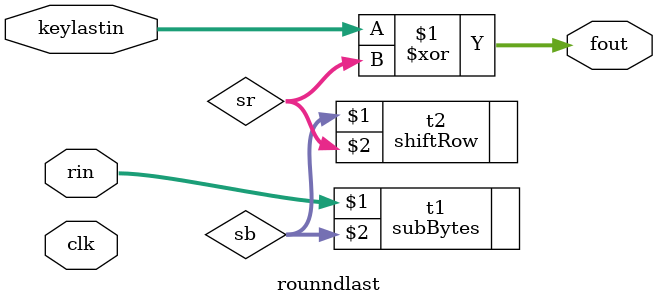
<source format=v>
module rounndlast(clk,rin,keylastin,fout);

	input clk;
	input [127:0]rin;
	input [127:0]keylastin;
	output [127:0]fout;

	wire [127:0] sb,sr,mcl,keyout;

	subBytes t1(rin,sb);
	shiftRow t2(sb,sr);
	
	assign fout = keylastin ^ sr;

endmodule 
</source>
